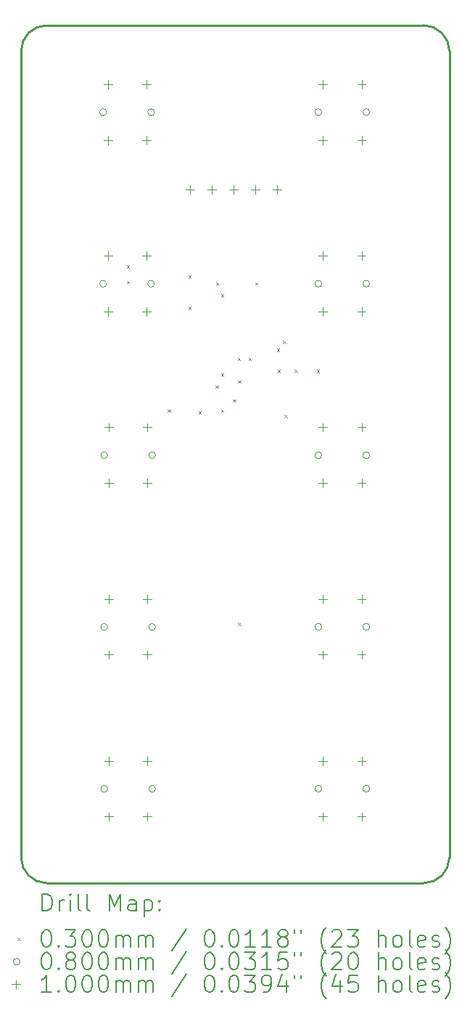
<source format=gbr>
%TF.GenerationSoftware,KiCad,Pcbnew,8.0.4-8.0.4-0~ubuntu22.04.1*%
%TF.CreationDate,2024-08-25T02:19:31+02:00*%
%TF.ProjectId,Deck-Btns,4465636b-2d42-4746-9e73-2e6b69636164,rev?*%
%TF.SameCoordinates,PX5ab1c60PY510ff40*%
%TF.FileFunction,Drillmap*%
%TF.FilePolarity,Positive*%
%FSLAX45Y45*%
G04 Gerber Fmt 4.5, Leading zero omitted, Abs format (unit mm)*
G04 Created by KiCad (PCBNEW 8.0.4-8.0.4-0~ubuntu22.04.1) date 2024-08-25 02:19:31*
%MOMM*%
%LPD*%
G01*
G04 APERTURE LIST*
%ADD10C,0.250000*%
%ADD11C,0.200000*%
%ADD12C,0.100000*%
G04 APERTURE END LIST*
D10*
X2202132Y5012132D02*
G75*
G02*
X2502132Y4712132I-2J-300002D01*
G01*
X-2497868Y4712132D02*
X-2497868Y-4687868D01*
X2202132Y5012132D02*
X-2197868Y5012132D01*
X-2197868Y-4987868D02*
X2202132Y-4987868D01*
X-2197868Y-4987868D02*
G75*
G02*
X-2497868Y-4687868I-2J299998D01*
G01*
X2502132Y-4687868D02*
G75*
G02*
X2202132Y-4987872I-300002J-2D01*
G01*
X2502132Y-4687868D02*
X2502132Y4712132D01*
X-2497868Y4712132D02*
G75*
G02*
X-2197868Y5012128I299998J-2D01*
G01*
D11*
D12*
X-1265000Y2215000D02*
X-1235000Y2185000D01*
X-1235000Y2215000D02*
X-1265000Y2185000D01*
X-1265000Y2035000D02*
X-1235000Y2005000D01*
X-1235000Y2035000D02*
X-1265000Y2005000D01*
X-785000Y535000D02*
X-755000Y505000D01*
X-755000Y535000D02*
X-785000Y505000D01*
X-545000Y2095000D02*
X-515000Y2065000D01*
X-515000Y2095000D02*
X-545000Y2065000D01*
X-545000Y1735000D02*
X-515000Y1705000D01*
X-515000Y1735000D02*
X-545000Y1705000D01*
X-425000Y515000D02*
X-395000Y485000D01*
X-395000Y515000D02*
X-425000Y485000D01*
X-228020Y815000D02*
X-198020Y785000D01*
X-198020Y815000D02*
X-228020Y785000D01*
X-225000Y2015000D02*
X-195000Y1985000D01*
X-195000Y2015000D02*
X-225000Y1985000D01*
X-165000Y1875000D02*
X-135000Y1845000D01*
X-135000Y1875000D02*
X-165000Y1845000D01*
X-165000Y955000D02*
X-135000Y925000D01*
X-135000Y955000D02*
X-165000Y925000D01*
X-165000Y535000D02*
X-135000Y505000D01*
X-135000Y535000D02*
X-165000Y505000D01*
X-25000Y655000D02*
X5000Y625000D01*
X5000Y655000D02*
X-25000Y625000D01*
X31980Y1135000D02*
X61980Y1105000D01*
X61980Y1135000D02*
X31980Y1105000D01*
X35000Y875000D02*
X65000Y845000D01*
X65000Y875000D02*
X35000Y845000D01*
X35000Y-1950000D02*
X65000Y-1980000D01*
X65000Y-1950000D02*
X35000Y-1980000D01*
X158020Y1135000D02*
X188020Y1105000D01*
X188020Y1135000D02*
X158020Y1105000D01*
X235000Y2015000D02*
X265000Y1985000D01*
X265000Y2015000D02*
X235000Y1985000D01*
X488138Y1241862D02*
X518138Y1211862D01*
X518138Y1241862D02*
X488138Y1211862D01*
X495000Y995000D02*
X525000Y965000D01*
X525000Y995000D02*
X495000Y965000D01*
X561980Y1335000D02*
X591980Y1305000D01*
X591980Y1335000D02*
X561980Y1305000D01*
X575000Y471980D02*
X605000Y441980D01*
X605000Y471980D02*
X575000Y441980D01*
X695000Y995000D02*
X725000Y965000D01*
X725000Y995000D02*
X695000Y965000D01*
X955000Y995000D02*
X985000Y965000D01*
X985000Y995000D02*
X955000Y965000D01*
X-1500000Y4000000D02*
G75*
G02*
X-1580000Y4000000I-40000J0D01*
G01*
X-1580000Y4000000D02*
G75*
G02*
X-1500000Y4000000I40000J0D01*
G01*
X-1500000Y2000000D02*
G75*
G02*
X-1580000Y2000000I-40000J0D01*
G01*
X-1580000Y2000000D02*
G75*
G02*
X-1500000Y2000000I40000J0D01*
G01*
X-1487870Y0D02*
G75*
G02*
X-1567870Y0I-40000J0D01*
G01*
X-1567870Y0D02*
G75*
G02*
X-1487870Y0I40000J0D01*
G01*
X-1487870Y-2000000D02*
G75*
G02*
X-1567870Y-2000000I-40000J0D01*
G01*
X-1567870Y-2000000D02*
G75*
G02*
X-1487870Y-2000000I40000J0D01*
G01*
X-1487870Y-3887870D02*
G75*
G02*
X-1567870Y-3887870I-40000J0D01*
G01*
X-1567870Y-3887870D02*
G75*
G02*
X-1487870Y-3887870I40000J0D01*
G01*
X-940000Y4000000D02*
G75*
G02*
X-1020000Y4000000I-40000J0D01*
G01*
X-1020000Y4000000D02*
G75*
G02*
X-940000Y4000000I40000J0D01*
G01*
X-940000Y2000000D02*
G75*
G02*
X-1020000Y2000000I-40000J0D01*
G01*
X-1020000Y2000000D02*
G75*
G02*
X-940000Y2000000I40000J0D01*
G01*
X-927870Y0D02*
G75*
G02*
X-1007870Y0I-40000J0D01*
G01*
X-1007870Y0D02*
G75*
G02*
X-927870Y0I40000J0D01*
G01*
X-927870Y-2000000D02*
G75*
G02*
X-1007870Y-2000000I-40000J0D01*
G01*
X-1007870Y-2000000D02*
G75*
G02*
X-927870Y-2000000I40000J0D01*
G01*
X-927870Y-3887870D02*
G75*
G02*
X-1007870Y-3887870I-40000J0D01*
G01*
X-1007870Y-3887870D02*
G75*
G02*
X-927870Y-3887870I40000J0D01*
G01*
X1012130Y4000000D02*
G75*
G02*
X932130Y4000000I-40000J0D01*
G01*
X932130Y4000000D02*
G75*
G02*
X1012130Y4000000I40000J0D01*
G01*
X1012130Y2000000D02*
G75*
G02*
X932130Y2000000I-40000J0D01*
G01*
X932130Y2000000D02*
G75*
G02*
X1012130Y2000000I40000J0D01*
G01*
X1012130Y0D02*
G75*
G02*
X932130Y0I-40000J0D01*
G01*
X932130Y0D02*
G75*
G02*
X1012130Y0I40000J0D01*
G01*
X1012130Y-2000000D02*
G75*
G02*
X932130Y-2000000I-40000J0D01*
G01*
X932130Y-2000000D02*
G75*
G02*
X1012130Y-2000000I40000J0D01*
G01*
X1012130Y-3887870D02*
G75*
G02*
X932130Y-3887870I-40000J0D01*
G01*
X932130Y-3887870D02*
G75*
G02*
X1012130Y-3887870I40000J0D01*
G01*
X1572130Y4000000D02*
G75*
G02*
X1492130Y4000000I-40000J0D01*
G01*
X1492130Y4000000D02*
G75*
G02*
X1572130Y4000000I40000J0D01*
G01*
X1572130Y2000000D02*
G75*
G02*
X1492130Y2000000I-40000J0D01*
G01*
X1492130Y2000000D02*
G75*
G02*
X1572130Y2000000I40000J0D01*
G01*
X1572130Y0D02*
G75*
G02*
X1492130Y0I-40000J0D01*
G01*
X1492130Y0D02*
G75*
G02*
X1572130Y0I40000J0D01*
G01*
X1572130Y-2000000D02*
G75*
G02*
X1492130Y-2000000I-40000J0D01*
G01*
X1492130Y-2000000D02*
G75*
G02*
X1572130Y-2000000I40000J0D01*
G01*
X1572130Y-3887870D02*
G75*
G02*
X1492130Y-3887870I-40000J0D01*
G01*
X1492130Y-3887870D02*
G75*
G02*
X1572130Y-3887870I40000J0D01*
G01*
X-1485000Y4375000D02*
X-1485000Y4275000D01*
X-1535000Y4325000D02*
X-1435000Y4325000D01*
X-1485000Y3725000D02*
X-1485000Y3625000D01*
X-1535000Y3675000D02*
X-1435000Y3675000D01*
X-1485000Y2375000D02*
X-1485000Y2275000D01*
X-1535000Y2325000D02*
X-1435000Y2325000D01*
X-1485000Y1725000D02*
X-1485000Y1625000D01*
X-1535000Y1675000D02*
X-1435000Y1675000D01*
X-1472870Y375000D02*
X-1472870Y275000D01*
X-1522870Y325000D02*
X-1422870Y325000D01*
X-1472870Y-275000D02*
X-1472870Y-375000D01*
X-1522870Y-325000D02*
X-1422870Y-325000D01*
X-1472870Y-1625000D02*
X-1472870Y-1725000D01*
X-1522870Y-1675000D02*
X-1422870Y-1675000D01*
X-1472870Y-2275000D02*
X-1472870Y-2375000D01*
X-1522870Y-2325000D02*
X-1422870Y-2325000D01*
X-1472870Y-3512870D02*
X-1472870Y-3612870D01*
X-1522870Y-3562870D02*
X-1422870Y-3562870D01*
X-1472870Y-4162870D02*
X-1472870Y-4262870D01*
X-1522870Y-4212870D02*
X-1422870Y-4212870D01*
X-1035000Y4375000D02*
X-1035000Y4275000D01*
X-1085000Y4325000D02*
X-985000Y4325000D01*
X-1035000Y3725000D02*
X-1035000Y3625000D01*
X-1085000Y3675000D02*
X-985000Y3675000D01*
X-1035000Y2375000D02*
X-1035000Y2275000D01*
X-1085000Y2325000D02*
X-985000Y2325000D01*
X-1035000Y1725000D02*
X-1035000Y1625000D01*
X-1085000Y1675000D02*
X-985000Y1675000D01*
X-1022870Y375000D02*
X-1022870Y275000D01*
X-1072870Y325000D02*
X-972870Y325000D01*
X-1022870Y-275000D02*
X-1022870Y-375000D01*
X-1072870Y-325000D02*
X-972870Y-325000D01*
X-1022870Y-1625000D02*
X-1022870Y-1725000D01*
X-1072870Y-1675000D02*
X-972870Y-1675000D01*
X-1022870Y-2275000D02*
X-1022870Y-2375000D01*
X-1072870Y-2325000D02*
X-972870Y-2325000D01*
X-1022870Y-3512870D02*
X-1022870Y-3612870D01*
X-1072870Y-3562870D02*
X-972870Y-3562870D01*
X-1022870Y-4162870D02*
X-1022870Y-4262870D01*
X-1072870Y-4212870D02*
X-972870Y-4212870D01*
X-526000Y3150000D02*
X-526000Y3050000D01*
X-576000Y3100000D02*
X-476000Y3100000D01*
X-272000Y3150000D02*
X-272000Y3050000D01*
X-322000Y3100000D02*
X-222000Y3100000D01*
X-18000Y3150000D02*
X-18000Y3050000D01*
X-68000Y3100000D02*
X32000Y3100000D01*
X236000Y3150000D02*
X236000Y3050000D01*
X186000Y3100000D02*
X286000Y3100000D01*
X490000Y3150000D02*
X490000Y3050000D01*
X440000Y3100000D02*
X540000Y3100000D01*
X1027130Y4375000D02*
X1027130Y4275000D01*
X977130Y4325000D02*
X1077130Y4325000D01*
X1027130Y3725000D02*
X1027130Y3625000D01*
X977130Y3675000D02*
X1077130Y3675000D01*
X1027130Y2375000D02*
X1027130Y2275000D01*
X977130Y2325000D02*
X1077130Y2325000D01*
X1027130Y1725000D02*
X1027130Y1625000D01*
X977130Y1675000D02*
X1077130Y1675000D01*
X1027130Y375000D02*
X1027130Y275000D01*
X977130Y325000D02*
X1077130Y325000D01*
X1027130Y-275000D02*
X1027130Y-375000D01*
X977130Y-325000D02*
X1077130Y-325000D01*
X1027130Y-1625000D02*
X1027130Y-1725000D01*
X977130Y-1675000D02*
X1077130Y-1675000D01*
X1027130Y-2275000D02*
X1027130Y-2375000D01*
X977130Y-2325000D02*
X1077130Y-2325000D01*
X1027130Y-3512870D02*
X1027130Y-3612870D01*
X977130Y-3562870D02*
X1077130Y-3562870D01*
X1027130Y-4162870D02*
X1027130Y-4262870D01*
X977130Y-4212870D02*
X1077130Y-4212870D01*
X1477130Y4375000D02*
X1477130Y4275000D01*
X1427130Y4325000D02*
X1527130Y4325000D01*
X1477130Y3725000D02*
X1477130Y3625000D01*
X1427130Y3675000D02*
X1527130Y3675000D01*
X1477130Y2375000D02*
X1477130Y2275000D01*
X1427130Y2325000D02*
X1527130Y2325000D01*
X1477130Y1725000D02*
X1477130Y1625000D01*
X1427130Y1675000D02*
X1527130Y1675000D01*
X1477130Y375000D02*
X1477130Y275000D01*
X1427130Y325000D02*
X1527130Y325000D01*
X1477130Y-275000D02*
X1477130Y-375000D01*
X1427130Y-325000D02*
X1527130Y-325000D01*
X1477130Y-1625000D02*
X1477130Y-1725000D01*
X1427130Y-1675000D02*
X1527130Y-1675000D01*
X1477130Y-2275000D02*
X1477130Y-2375000D01*
X1427130Y-2325000D02*
X1527130Y-2325000D01*
X1477130Y-3512870D02*
X1477130Y-3612870D01*
X1427130Y-3562870D02*
X1527130Y-3562870D01*
X1477130Y-4162870D02*
X1477130Y-4262870D01*
X1427130Y-4212870D02*
X1527130Y-4212870D01*
D11*
X-2249591Y-5311852D02*
X-2249591Y-5111852D01*
X-2249591Y-5111852D02*
X-2201972Y-5111852D01*
X-2201972Y-5111852D02*
X-2173401Y-5121376D01*
X-2173401Y-5121376D02*
X-2154353Y-5140423D01*
X-2154353Y-5140423D02*
X-2144829Y-5159471D01*
X-2144829Y-5159471D02*
X-2135306Y-5197566D01*
X-2135306Y-5197566D02*
X-2135306Y-5226138D01*
X-2135306Y-5226138D02*
X-2144829Y-5264233D01*
X-2144829Y-5264233D02*
X-2154353Y-5283280D01*
X-2154353Y-5283280D02*
X-2173401Y-5302328D01*
X-2173401Y-5302328D02*
X-2201972Y-5311852D01*
X-2201972Y-5311852D02*
X-2249591Y-5311852D01*
X-2049591Y-5311852D02*
X-2049591Y-5178518D01*
X-2049591Y-5216614D02*
X-2040067Y-5197566D01*
X-2040067Y-5197566D02*
X-2030544Y-5188042D01*
X-2030544Y-5188042D02*
X-2011496Y-5178518D01*
X-2011496Y-5178518D02*
X-1992448Y-5178518D01*
X-1925782Y-5311852D02*
X-1925782Y-5178518D01*
X-1925782Y-5111852D02*
X-1935305Y-5121376D01*
X-1935305Y-5121376D02*
X-1925782Y-5130899D01*
X-1925782Y-5130899D02*
X-1916258Y-5121376D01*
X-1916258Y-5121376D02*
X-1925782Y-5111852D01*
X-1925782Y-5111852D02*
X-1925782Y-5130899D01*
X-1801972Y-5311852D02*
X-1821020Y-5302328D01*
X-1821020Y-5302328D02*
X-1830544Y-5283280D01*
X-1830544Y-5283280D02*
X-1830544Y-5111852D01*
X-1697210Y-5311852D02*
X-1716258Y-5302328D01*
X-1716258Y-5302328D02*
X-1725782Y-5283280D01*
X-1725782Y-5283280D02*
X-1725782Y-5111852D01*
X-1468639Y-5311852D02*
X-1468639Y-5111852D01*
X-1468639Y-5111852D02*
X-1401972Y-5254709D01*
X-1401972Y-5254709D02*
X-1335306Y-5111852D01*
X-1335306Y-5111852D02*
X-1335306Y-5311852D01*
X-1154353Y-5311852D02*
X-1154353Y-5207090D01*
X-1154353Y-5207090D02*
X-1163877Y-5188042D01*
X-1163877Y-5188042D02*
X-1182925Y-5178518D01*
X-1182925Y-5178518D02*
X-1221020Y-5178518D01*
X-1221020Y-5178518D02*
X-1240067Y-5188042D01*
X-1154353Y-5302328D02*
X-1173401Y-5311852D01*
X-1173401Y-5311852D02*
X-1221020Y-5311852D01*
X-1221020Y-5311852D02*
X-1240067Y-5302328D01*
X-1240067Y-5302328D02*
X-1249591Y-5283280D01*
X-1249591Y-5283280D02*
X-1249591Y-5264233D01*
X-1249591Y-5264233D02*
X-1240067Y-5245185D01*
X-1240067Y-5245185D02*
X-1221020Y-5235661D01*
X-1221020Y-5235661D02*
X-1173401Y-5235661D01*
X-1173401Y-5235661D02*
X-1154353Y-5226138D01*
X-1059115Y-5178518D02*
X-1059115Y-5378518D01*
X-1059115Y-5188042D02*
X-1040067Y-5178518D01*
X-1040067Y-5178518D02*
X-1001972Y-5178518D01*
X-1001972Y-5178518D02*
X-982924Y-5188042D01*
X-982924Y-5188042D02*
X-973401Y-5197566D01*
X-973401Y-5197566D02*
X-963877Y-5216614D01*
X-963877Y-5216614D02*
X-963877Y-5273757D01*
X-963877Y-5273757D02*
X-973401Y-5292804D01*
X-973401Y-5292804D02*
X-982924Y-5302328D01*
X-982924Y-5302328D02*
X-1001972Y-5311852D01*
X-1001972Y-5311852D02*
X-1040067Y-5311852D01*
X-1040067Y-5311852D02*
X-1059115Y-5302328D01*
X-878163Y-5292804D02*
X-868639Y-5302328D01*
X-868639Y-5302328D02*
X-878163Y-5311852D01*
X-878163Y-5311852D02*
X-887686Y-5302328D01*
X-887686Y-5302328D02*
X-878163Y-5292804D01*
X-878163Y-5292804D02*
X-878163Y-5311852D01*
X-878163Y-5188042D02*
X-868639Y-5197566D01*
X-868639Y-5197566D02*
X-878163Y-5207090D01*
X-878163Y-5207090D02*
X-887686Y-5197566D01*
X-887686Y-5197566D02*
X-878163Y-5188042D01*
X-878163Y-5188042D02*
X-878163Y-5207090D01*
D12*
X-2540368Y-5625368D02*
X-2510368Y-5655368D01*
X-2510368Y-5625368D02*
X-2540368Y-5655368D01*
D11*
X-2211496Y-5531852D02*
X-2192448Y-5531852D01*
X-2192448Y-5531852D02*
X-2173401Y-5541376D01*
X-2173401Y-5541376D02*
X-2163877Y-5550899D01*
X-2163877Y-5550899D02*
X-2154353Y-5569947D01*
X-2154353Y-5569947D02*
X-2144829Y-5608042D01*
X-2144829Y-5608042D02*
X-2144829Y-5655661D01*
X-2144829Y-5655661D02*
X-2154353Y-5693756D01*
X-2154353Y-5693756D02*
X-2163877Y-5712804D01*
X-2163877Y-5712804D02*
X-2173401Y-5722328D01*
X-2173401Y-5722328D02*
X-2192448Y-5731852D01*
X-2192448Y-5731852D02*
X-2211496Y-5731852D01*
X-2211496Y-5731852D02*
X-2230544Y-5722328D01*
X-2230544Y-5722328D02*
X-2240067Y-5712804D01*
X-2240067Y-5712804D02*
X-2249591Y-5693756D01*
X-2249591Y-5693756D02*
X-2259115Y-5655661D01*
X-2259115Y-5655661D02*
X-2259115Y-5608042D01*
X-2259115Y-5608042D02*
X-2249591Y-5569947D01*
X-2249591Y-5569947D02*
X-2240067Y-5550899D01*
X-2240067Y-5550899D02*
X-2230544Y-5541376D01*
X-2230544Y-5541376D02*
X-2211496Y-5531852D01*
X-2059115Y-5712804D02*
X-2049591Y-5722328D01*
X-2049591Y-5722328D02*
X-2059115Y-5731852D01*
X-2059115Y-5731852D02*
X-2068639Y-5722328D01*
X-2068639Y-5722328D02*
X-2059115Y-5712804D01*
X-2059115Y-5712804D02*
X-2059115Y-5731852D01*
X-1982924Y-5531852D02*
X-1859115Y-5531852D01*
X-1859115Y-5531852D02*
X-1925782Y-5608042D01*
X-1925782Y-5608042D02*
X-1897210Y-5608042D01*
X-1897210Y-5608042D02*
X-1878163Y-5617566D01*
X-1878163Y-5617566D02*
X-1868639Y-5627090D01*
X-1868639Y-5627090D02*
X-1859115Y-5646137D01*
X-1859115Y-5646137D02*
X-1859115Y-5693756D01*
X-1859115Y-5693756D02*
X-1868639Y-5712804D01*
X-1868639Y-5712804D02*
X-1878163Y-5722328D01*
X-1878163Y-5722328D02*
X-1897210Y-5731852D01*
X-1897210Y-5731852D02*
X-1954353Y-5731852D01*
X-1954353Y-5731852D02*
X-1973401Y-5722328D01*
X-1973401Y-5722328D02*
X-1982924Y-5712804D01*
X-1735305Y-5531852D02*
X-1716258Y-5531852D01*
X-1716258Y-5531852D02*
X-1697210Y-5541376D01*
X-1697210Y-5541376D02*
X-1687686Y-5550899D01*
X-1687686Y-5550899D02*
X-1678163Y-5569947D01*
X-1678163Y-5569947D02*
X-1668639Y-5608042D01*
X-1668639Y-5608042D02*
X-1668639Y-5655661D01*
X-1668639Y-5655661D02*
X-1678163Y-5693756D01*
X-1678163Y-5693756D02*
X-1687686Y-5712804D01*
X-1687686Y-5712804D02*
X-1697210Y-5722328D01*
X-1697210Y-5722328D02*
X-1716258Y-5731852D01*
X-1716258Y-5731852D02*
X-1735305Y-5731852D01*
X-1735305Y-5731852D02*
X-1754353Y-5722328D01*
X-1754353Y-5722328D02*
X-1763877Y-5712804D01*
X-1763877Y-5712804D02*
X-1773401Y-5693756D01*
X-1773401Y-5693756D02*
X-1782924Y-5655661D01*
X-1782924Y-5655661D02*
X-1782924Y-5608042D01*
X-1782924Y-5608042D02*
X-1773401Y-5569947D01*
X-1773401Y-5569947D02*
X-1763877Y-5550899D01*
X-1763877Y-5550899D02*
X-1754353Y-5541376D01*
X-1754353Y-5541376D02*
X-1735305Y-5531852D01*
X-1544829Y-5531852D02*
X-1525782Y-5531852D01*
X-1525782Y-5531852D02*
X-1506734Y-5541376D01*
X-1506734Y-5541376D02*
X-1497210Y-5550899D01*
X-1497210Y-5550899D02*
X-1487686Y-5569947D01*
X-1487686Y-5569947D02*
X-1478163Y-5608042D01*
X-1478163Y-5608042D02*
X-1478163Y-5655661D01*
X-1478163Y-5655661D02*
X-1487686Y-5693756D01*
X-1487686Y-5693756D02*
X-1497210Y-5712804D01*
X-1497210Y-5712804D02*
X-1506734Y-5722328D01*
X-1506734Y-5722328D02*
X-1525782Y-5731852D01*
X-1525782Y-5731852D02*
X-1544829Y-5731852D01*
X-1544829Y-5731852D02*
X-1563877Y-5722328D01*
X-1563877Y-5722328D02*
X-1573401Y-5712804D01*
X-1573401Y-5712804D02*
X-1582924Y-5693756D01*
X-1582924Y-5693756D02*
X-1592448Y-5655661D01*
X-1592448Y-5655661D02*
X-1592448Y-5608042D01*
X-1592448Y-5608042D02*
X-1582924Y-5569947D01*
X-1582924Y-5569947D02*
X-1573401Y-5550899D01*
X-1573401Y-5550899D02*
X-1563877Y-5541376D01*
X-1563877Y-5541376D02*
X-1544829Y-5531852D01*
X-1392448Y-5731852D02*
X-1392448Y-5598518D01*
X-1392448Y-5617566D02*
X-1382925Y-5608042D01*
X-1382925Y-5608042D02*
X-1363877Y-5598518D01*
X-1363877Y-5598518D02*
X-1335305Y-5598518D01*
X-1335305Y-5598518D02*
X-1316258Y-5608042D01*
X-1316258Y-5608042D02*
X-1306734Y-5627090D01*
X-1306734Y-5627090D02*
X-1306734Y-5731852D01*
X-1306734Y-5627090D02*
X-1297210Y-5608042D01*
X-1297210Y-5608042D02*
X-1278163Y-5598518D01*
X-1278163Y-5598518D02*
X-1249591Y-5598518D01*
X-1249591Y-5598518D02*
X-1230544Y-5608042D01*
X-1230544Y-5608042D02*
X-1221020Y-5627090D01*
X-1221020Y-5627090D02*
X-1221020Y-5731852D01*
X-1125782Y-5731852D02*
X-1125782Y-5598518D01*
X-1125782Y-5617566D02*
X-1116258Y-5608042D01*
X-1116258Y-5608042D02*
X-1097210Y-5598518D01*
X-1097210Y-5598518D02*
X-1068639Y-5598518D01*
X-1068639Y-5598518D02*
X-1049591Y-5608042D01*
X-1049591Y-5608042D02*
X-1040067Y-5627090D01*
X-1040067Y-5627090D02*
X-1040067Y-5731852D01*
X-1040067Y-5627090D02*
X-1030543Y-5608042D01*
X-1030543Y-5608042D02*
X-1011496Y-5598518D01*
X-1011496Y-5598518D02*
X-982924Y-5598518D01*
X-982924Y-5598518D02*
X-963877Y-5608042D01*
X-963877Y-5608042D02*
X-954353Y-5627090D01*
X-954353Y-5627090D02*
X-954353Y-5731852D01*
X-563877Y-5522328D02*
X-735305Y-5779471D01*
X-306734Y-5531852D02*
X-287686Y-5531852D01*
X-287686Y-5531852D02*
X-268639Y-5541376D01*
X-268639Y-5541376D02*
X-259115Y-5550899D01*
X-259115Y-5550899D02*
X-249591Y-5569947D01*
X-249591Y-5569947D02*
X-240067Y-5608042D01*
X-240067Y-5608042D02*
X-240067Y-5655661D01*
X-240067Y-5655661D02*
X-249591Y-5693756D01*
X-249591Y-5693756D02*
X-259115Y-5712804D01*
X-259115Y-5712804D02*
X-268639Y-5722328D01*
X-268639Y-5722328D02*
X-287686Y-5731852D01*
X-287686Y-5731852D02*
X-306734Y-5731852D01*
X-306734Y-5731852D02*
X-325782Y-5722328D01*
X-325782Y-5722328D02*
X-335305Y-5712804D01*
X-335305Y-5712804D02*
X-344829Y-5693756D01*
X-344829Y-5693756D02*
X-354353Y-5655661D01*
X-354353Y-5655661D02*
X-354353Y-5608042D01*
X-354353Y-5608042D02*
X-344829Y-5569947D01*
X-344829Y-5569947D02*
X-335305Y-5550899D01*
X-335305Y-5550899D02*
X-325782Y-5541376D01*
X-325782Y-5541376D02*
X-306734Y-5531852D01*
X-154353Y-5712804D02*
X-144829Y-5722328D01*
X-144829Y-5722328D02*
X-154353Y-5731852D01*
X-154353Y-5731852D02*
X-163877Y-5722328D01*
X-163877Y-5722328D02*
X-154353Y-5712804D01*
X-154353Y-5712804D02*
X-154353Y-5731852D01*
X-21020Y-5531852D02*
X-1972Y-5531852D01*
X-1972Y-5531852D02*
X17076Y-5541376D01*
X17076Y-5541376D02*
X26599Y-5550899D01*
X26599Y-5550899D02*
X36123Y-5569947D01*
X36123Y-5569947D02*
X45647Y-5608042D01*
X45647Y-5608042D02*
X45647Y-5655661D01*
X45647Y-5655661D02*
X36123Y-5693756D01*
X36123Y-5693756D02*
X26599Y-5712804D01*
X26599Y-5712804D02*
X17076Y-5722328D01*
X17076Y-5722328D02*
X-1972Y-5731852D01*
X-1972Y-5731852D02*
X-21020Y-5731852D01*
X-21020Y-5731852D02*
X-40067Y-5722328D01*
X-40067Y-5722328D02*
X-49591Y-5712804D01*
X-49591Y-5712804D02*
X-59115Y-5693756D01*
X-59115Y-5693756D02*
X-68639Y-5655661D01*
X-68639Y-5655661D02*
X-68639Y-5608042D01*
X-68639Y-5608042D02*
X-59115Y-5569947D01*
X-59115Y-5569947D02*
X-49591Y-5550899D01*
X-49591Y-5550899D02*
X-40067Y-5541376D01*
X-40067Y-5541376D02*
X-21020Y-5531852D01*
X236123Y-5731852D02*
X121838Y-5731852D01*
X178980Y-5731852D02*
X178980Y-5531852D01*
X178980Y-5531852D02*
X159933Y-5560423D01*
X159933Y-5560423D02*
X140885Y-5579471D01*
X140885Y-5579471D02*
X121838Y-5588995D01*
X426599Y-5731852D02*
X312314Y-5731852D01*
X369457Y-5731852D02*
X369457Y-5531852D01*
X369457Y-5531852D02*
X350409Y-5560423D01*
X350409Y-5560423D02*
X331361Y-5579471D01*
X331361Y-5579471D02*
X312314Y-5588995D01*
X540885Y-5617566D02*
X521838Y-5608042D01*
X521838Y-5608042D02*
X512314Y-5598518D01*
X512314Y-5598518D02*
X502790Y-5579471D01*
X502790Y-5579471D02*
X502790Y-5569947D01*
X502790Y-5569947D02*
X512314Y-5550899D01*
X512314Y-5550899D02*
X521838Y-5541376D01*
X521838Y-5541376D02*
X540885Y-5531852D01*
X540885Y-5531852D02*
X578981Y-5531852D01*
X578981Y-5531852D02*
X598028Y-5541376D01*
X598028Y-5541376D02*
X607552Y-5550899D01*
X607552Y-5550899D02*
X617076Y-5569947D01*
X617076Y-5569947D02*
X617076Y-5579471D01*
X617076Y-5579471D02*
X607552Y-5598518D01*
X607552Y-5598518D02*
X598028Y-5608042D01*
X598028Y-5608042D02*
X578981Y-5617566D01*
X578981Y-5617566D02*
X540885Y-5617566D01*
X540885Y-5617566D02*
X521838Y-5627090D01*
X521838Y-5627090D02*
X512314Y-5636614D01*
X512314Y-5636614D02*
X502790Y-5655661D01*
X502790Y-5655661D02*
X502790Y-5693756D01*
X502790Y-5693756D02*
X512314Y-5712804D01*
X512314Y-5712804D02*
X521838Y-5722328D01*
X521838Y-5722328D02*
X540885Y-5731852D01*
X540885Y-5731852D02*
X578981Y-5731852D01*
X578981Y-5731852D02*
X598028Y-5722328D01*
X598028Y-5722328D02*
X607552Y-5712804D01*
X607552Y-5712804D02*
X617076Y-5693756D01*
X617076Y-5693756D02*
X617076Y-5655661D01*
X617076Y-5655661D02*
X607552Y-5636614D01*
X607552Y-5636614D02*
X598028Y-5627090D01*
X598028Y-5627090D02*
X578981Y-5617566D01*
X693266Y-5531852D02*
X693266Y-5569947D01*
X769457Y-5531852D02*
X769457Y-5569947D01*
X1064695Y-5808042D02*
X1055171Y-5798518D01*
X1055171Y-5798518D02*
X1036123Y-5769947D01*
X1036123Y-5769947D02*
X1026600Y-5750899D01*
X1026600Y-5750899D02*
X1017076Y-5722328D01*
X1017076Y-5722328D02*
X1007552Y-5674709D01*
X1007552Y-5674709D02*
X1007552Y-5636614D01*
X1007552Y-5636614D02*
X1017076Y-5588995D01*
X1017076Y-5588995D02*
X1026600Y-5560423D01*
X1026600Y-5560423D02*
X1036123Y-5541376D01*
X1036123Y-5541376D02*
X1055171Y-5512804D01*
X1055171Y-5512804D02*
X1064695Y-5503280D01*
X1131362Y-5550899D02*
X1140885Y-5541376D01*
X1140885Y-5541376D02*
X1159933Y-5531852D01*
X1159933Y-5531852D02*
X1207552Y-5531852D01*
X1207552Y-5531852D02*
X1226600Y-5541376D01*
X1226600Y-5541376D02*
X1236123Y-5550899D01*
X1236123Y-5550899D02*
X1245647Y-5569947D01*
X1245647Y-5569947D02*
X1245647Y-5588995D01*
X1245647Y-5588995D02*
X1236123Y-5617566D01*
X1236123Y-5617566D02*
X1121838Y-5731852D01*
X1121838Y-5731852D02*
X1245647Y-5731852D01*
X1312314Y-5531852D02*
X1436123Y-5531852D01*
X1436123Y-5531852D02*
X1369457Y-5608042D01*
X1369457Y-5608042D02*
X1398028Y-5608042D01*
X1398028Y-5608042D02*
X1417076Y-5617566D01*
X1417076Y-5617566D02*
X1426600Y-5627090D01*
X1426600Y-5627090D02*
X1436123Y-5646137D01*
X1436123Y-5646137D02*
X1436123Y-5693756D01*
X1436123Y-5693756D02*
X1426600Y-5712804D01*
X1426600Y-5712804D02*
X1417076Y-5722328D01*
X1417076Y-5722328D02*
X1398028Y-5731852D01*
X1398028Y-5731852D02*
X1340885Y-5731852D01*
X1340885Y-5731852D02*
X1321838Y-5722328D01*
X1321838Y-5722328D02*
X1312314Y-5712804D01*
X1674219Y-5731852D02*
X1674219Y-5531852D01*
X1759933Y-5731852D02*
X1759933Y-5627090D01*
X1759933Y-5627090D02*
X1750409Y-5608042D01*
X1750409Y-5608042D02*
X1731362Y-5598518D01*
X1731362Y-5598518D02*
X1702790Y-5598518D01*
X1702790Y-5598518D02*
X1683742Y-5608042D01*
X1683742Y-5608042D02*
X1674219Y-5617566D01*
X1883742Y-5731852D02*
X1864695Y-5722328D01*
X1864695Y-5722328D02*
X1855171Y-5712804D01*
X1855171Y-5712804D02*
X1845647Y-5693756D01*
X1845647Y-5693756D02*
X1845647Y-5636614D01*
X1845647Y-5636614D02*
X1855171Y-5617566D01*
X1855171Y-5617566D02*
X1864695Y-5608042D01*
X1864695Y-5608042D02*
X1883742Y-5598518D01*
X1883742Y-5598518D02*
X1912314Y-5598518D01*
X1912314Y-5598518D02*
X1931362Y-5608042D01*
X1931362Y-5608042D02*
X1940885Y-5617566D01*
X1940885Y-5617566D02*
X1950409Y-5636614D01*
X1950409Y-5636614D02*
X1950409Y-5693756D01*
X1950409Y-5693756D02*
X1940885Y-5712804D01*
X1940885Y-5712804D02*
X1931362Y-5722328D01*
X1931362Y-5722328D02*
X1912314Y-5731852D01*
X1912314Y-5731852D02*
X1883742Y-5731852D01*
X2064695Y-5731852D02*
X2045647Y-5722328D01*
X2045647Y-5722328D02*
X2036123Y-5703280D01*
X2036123Y-5703280D02*
X2036123Y-5531852D01*
X2217076Y-5722328D02*
X2198028Y-5731852D01*
X2198028Y-5731852D02*
X2159933Y-5731852D01*
X2159933Y-5731852D02*
X2140885Y-5722328D01*
X2140885Y-5722328D02*
X2131362Y-5703280D01*
X2131362Y-5703280D02*
X2131362Y-5627090D01*
X2131362Y-5627090D02*
X2140885Y-5608042D01*
X2140885Y-5608042D02*
X2159933Y-5598518D01*
X2159933Y-5598518D02*
X2198028Y-5598518D01*
X2198028Y-5598518D02*
X2217076Y-5608042D01*
X2217076Y-5608042D02*
X2226600Y-5627090D01*
X2226600Y-5627090D02*
X2226600Y-5646137D01*
X2226600Y-5646137D02*
X2131362Y-5665185D01*
X2302790Y-5722328D02*
X2321838Y-5731852D01*
X2321838Y-5731852D02*
X2359933Y-5731852D01*
X2359933Y-5731852D02*
X2378981Y-5722328D01*
X2378981Y-5722328D02*
X2388505Y-5703280D01*
X2388505Y-5703280D02*
X2388505Y-5693756D01*
X2388505Y-5693756D02*
X2378981Y-5674709D01*
X2378981Y-5674709D02*
X2359933Y-5665185D01*
X2359933Y-5665185D02*
X2331362Y-5665185D01*
X2331362Y-5665185D02*
X2312314Y-5655661D01*
X2312314Y-5655661D02*
X2302790Y-5636614D01*
X2302790Y-5636614D02*
X2302790Y-5627090D01*
X2302790Y-5627090D02*
X2312314Y-5608042D01*
X2312314Y-5608042D02*
X2331362Y-5598518D01*
X2331362Y-5598518D02*
X2359933Y-5598518D01*
X2359933Y-5598518D02*
X2378981Y-5608042D01*
X2455171Y-5808042D02*
X2464695Y-5798518D01*
X2464695Y-5798518D02*
X2483743Y-5769947D01*
X2483743Y-5769947D02*
X2493266Y-5750899D01*
X2493266Y-5750899D02*
X2502790Y-5722328D01*
X2502790Y-5722328D02*
X2512314Y-5674709D01*
X2512314Y-5674709D02*
X2512314Y-5636614D01*
X2512314Y-5636614D02*
X2502790Y-5588995D01*
X2502790Y-5588995D02*
X2493266Y-5560423D01*
X2493266Y-5560423D02*
X2483743Y-5541376D01*
X2483743Y-5541376D02*
X2464695Y-5512804D01*
X2464695Y-5512804D02*
X2455171Y-5503280D01*
D12*
X-2510368Y-5904368D02*
G75*
G02*
X-2590368Y-5904368I-40000J0D01*
G01*
X-2590368Y-5904368D02*
G75*
G02*
X-2510368Y-5904368I40000J0D01*
G01*
D11*
X-2211496Y-5795852D02*
X-2192448Y-5795852D01*
X-2192448Y-5795852D02*
X-2173401Y-5805376D01*
X-2173401Y-5805376D02*
X-2163877Y-5814899D01*
X-2163877Y-5814899D02*
X-2154353Y-5833947D01*
X-2154353Y-5833947D02*
X-2144829Y-5872042D01*
X-2144829Y-5872042D02*
X-2144829Y-5919661D01*
X-2144829Y-5919661D02*
X-2154353Y-5957756D01*
X-2154353Y-5957756D02*
X-2163877Y-5976804D01*
X-2163877Y-5976804D02*
X-2173401Y-5986328D01*
X-2173401Y-5986328D02*
X-2192448Y-5995852D01*
X-2192448Y-5995852D02*
X-2211496Y-5995852D01*
X-2211496Y-5995852D02*
X-2230544Y-5986328D01*
X-2230544Y-5986328D02*
X-2240067Y-5976804D01*
X-2240067Y-5976804D02*
X-2249591Y-5957756D01*
X-2249591Y-5957756D02*
X-2259115Y-5919661D01*
X-2259115Y-5919661D02*
X-2259115Y-5872042D01*
X-2259115Y-5872042D02*
X-2249591Y-5833947D01*
X-2249591Y-5833947D02*
X-2240067Y-5814899D01*
X-2240067Y-5814899D02*
X-2230544Y-5805376D01*
X-2230544Y-5805376D02*
X-2211496Y-5795852D01*
X-2059115Y-5976804D02*
X-2049591Y-5986328D01*
X-2049591Y-5986328D02*
X-2059115Y-5995852D01*
X-2059115Y-5995852D02*
X-2068639Y-5986328D01*
X-2068639Y-5986328D02*
X-2059115Y-5976804D01*
X-2059115Y-5976804D02*
X-2059115Y-5995852D01*
X-1935305Y-5881566D02*
X-1954353Y-5872042D01*
X-1954353Y-5872042D02*
X-1963877Y-5862518D01*
X-1963877Y-5862518D02*
X-1973401Y-5843471D01*
X-1973401Y-5843471D02*
X-1973401Y-5833947D01*
X-1973401Y-5833947D02*
X-1963877Y-5814899D01*
X-1963877Y-5814899D02*
X-1954353Y-5805376D01*
X-1954353Y-5805376D02*
X-1935305Y-5795852D01*
X-1935305Y-5795852D02*
X-1897210Y-5795852D01*
X-1897210Y-5795852D02*
X-1878163Y-5805376D01*
X-1878163Y-5805376D02*
X-1868639Y-5814899D01*
X-1868639Y-5814899D02*
X-1859115Y-5833947D01*
X-1859115Y-5833947D02*
X-1859115Y-5843471D01*
X-1859115Y-5843471D02*
X-1868639Y-5862518D01*
X-1868639Y-5862518D02*
X-1878163Y-5872042D01*
X-1878163Y-5872042D02*
X-1897210Y-5881566D01*
X-1897210Y-5881566D02*
X-1935305Y-5881566D01*
X-1935305Y-5881566D02*
X-1954353Y-5891090D01*
X-1954353Y-5891090D02*
X-1963877Y-5900614D01*
X-1963877Y-5900614D02*
X-1973401Y-5919661D01*
X-1973401Y-5919661D02*
X-1973401Y-5957756D01*
X-1973401Y-5957756D02*
X-1963877Y-5976804D01*
X-1963877Y-5976804D02*
X-1954353Y-5986328D01*
X-1954353Y-5986328D02*
X-1935305Y-5995852D01*
X-1935305Y-5995852D02*
X-1897210Y-5995852D01*
X-1897210Y-5995852D02*
X-1878163Y-5986328D01*
X-1878163Y-5986328D02*
X-1868639Y-5976804D01*
X-1868639Y-5976804D02*
X-1859115Y-5957756D01*
X-1859115Y-5957756D02*
X-1859115Y-5919661D01*
X-1859115Y-5919661D02*
X-1868639Y-5900614D01*
X-1868639Y-5900614D02*
X-1878163Y-5891090D01*
X-1878163Y-5891090D02*
X-1897210Y-5881566D01*
X-1735305Y-5795852D02*
X-1716258Y-5795852D01*
X-1716258Y-5795852D02*
X-1697210Y-5805376D01*
X-1697210Y-5805376D02*
X-1687686Y-5814899D01*
X-1687686Y-5814899D02*
X-1678163Y-5833947D01*
X-1678163Y-5833947D02*
X-1668639Y-5872042D01*
X-1668639Y-5872042D02*
X-1668639Y-5919661D01*
X-1668639Y-5919661D02*
X-1678163Y-5957756D01*
X-1678163Y-5957756D02*
X-1687686Y-5976804D01*
X-1687686Y-5976804D02*
X-1697210Y-5986328D01*
X-1697210Y-5986328D02*
X-1716258Y-5995852D01*
X-1716258Y-5995852D02*
X-1735305Y-5995852D01*
X-1735305Y-5995852D02*
X-1754353Y-5986328D01*
X-1754353Y-5986328D02*
X-1763877Y-5976804D01*
X-1763877Y-5976804D02*
X-1773401Y-5957756D01*
X-1773401Y-5957756D02*
X-1782924Y-5919661D01*
X-1782924Y-5919661D02*
X-1782924Y-5872042D01*
X-1782924Y-5872042D02*
X-1773401Y-5833947D01*
X-1773401Y-5833947D02*
X-1763877Y-5814899D01*
X-1763877Y-5814899D02*
X-1754353Y-5805376D01*
X-1754353Y-5805376D02*
X-1735305Y-5795852D01*
X-1544829Y-5795852D02*
X-1525782Y-5795852D01*
X-1525782Y-5795852D02*
X-1506734Y-5805376D01*
X-1506734Y-5805376D02*
X-1497210Y-5814899D01*
X-1497210Y-5814899D02*
X-1487686Y-5833947D01*
X-1487686Y-5833947D02*
X-1478163Y-5872042D01*
X-1478163Y-5872042D02*
X-1478163Y-5919661D01*
X-1478163Y-5919661D02*
X-1487686Y-5957756D01*
X-1487686Y-5957756D02*
X-1497210Y-5976804D01*
X-1497210Y-5976804D02*
X-1506734Y-5986328D01*
X-1506734Y-5986328D02*
X-1525782Y-5995852D01*
X-1525782Y-5995852D02*
X-1544829Y-5995852D01*
X-1544829Y-5995852D02*
X-1563877Y-5986328D01*
X-1563877Y-5986328D02*
X-1573401Y-5976804D01*
X-1573401Y-5976804D02*
X-1582924Y-5957756D01*
X-1582924Y-5957756D02*
X-1592448Y-5919661D01*
X-1592448Y-5919661D02*
X-1592448Y-5872042D01*
X-1592448Y-5872042D02*
X-1582924Y-5833947D01*
X-1582924Y-5833947D02*
X-1573401Y-5814899D01*
X-1573401Y-5814899D02*
X-1563877Y-5805376D01*
X-1563877Y-5805376D02*
X-1544829Y-5795852D01*
X-1392448Y-5995852D02*
X-1392448Y-5862518D01*
X-1392448Y-5881566D02*
X-1382925Y-5872042D01*
X-1382925Y-5872042D02*
X-1363877Y-5862518D01*
X-1363877Y-5862518D02*
X-1335305Y-5862518D01*
X-1335305Y-5862518D02*
X-1316258Y-5872042D01*
X-1316258Y-5872042D02*
X-1306734Y-5891090D01*
X-1306734Y-5891090D02*
X-1306734Y-5995852D01*
X-1306734Y-5891090D02*
X-1297210Y-5872042D01*
X-1297210Y-5872042D02*
X-1278163Y-5862518D01*
X-1278163Y-5862518D02*
X-1249591Y-5862518D01*
X-1249591Y-5862518D02*
X-1230544Y-5872042D01*
X-1230544Y-5872042D02*
X-1221020Y-5891090D01*
X-1221020Y-5891090D02*
X-1221020Y-5995852D01*
X-1125782Y-5995852D02*
X-1125782Y-5862518D01*
X-1125782Y-5881566D02*
X-1116258Y-5872042D01*
X-1116258Y-5872042D02*
X-1097210Y-5862518D01*
X-1097210Y-5862518D02*
X-1068639Y-5862518D01*
X-1068639Y-5862518D02*
X-1049591Y-5872042D01*
X-1049591Y-5872042D02*
X-1040067Y-5891090D01*
X-1040067Y-5891090D02*
X-1040067Y-5995852D01*
X-1040067Y-5891090D02*
X-1030543Y-5872042D01*
X-1030543Y-5872042D02*
X-1011496Y-5862518D01*
X-1011496Y-5862518D02*
X-982924Y-5862518D01*
X-982924Y-5862518D02*
X-963877Y-5872042D01*
X-963877Y-5872042D02*
X-954353Y-5891090D01*
X-954353Y-5891090D02*
X-954353Y-5995852D01*
X-563877Y-5786328D02*
X-735305Y-6043471D01*
X-306734Y-5795852D02*
X-287686Y-5795852D01*
X-287686Y-5795852D02*
X-268639Y-5805376D01*
X-268639Y-5805376D02*
X-259115Y-5814899D01*
X-259115Y-5814899D02*
X-249591Y-5833947D01*
X-249591Y-5833947D02*
X-240067Y-5872042D01*
X-240067Y-5872042D02*
X-240067Y-5919661D01*
X-240067Y-5919661D02*
X-249591Y-5957756D01*
X-249591Y-5957756D02*
X-259115Y-5976804D01*
X-259115Y-5976804D02*
X-268639Y-5986328D01*
X-268639Y-5986328D02*
X-287686Y-5995852D01*
X-287686Y-5995852D02*
X-306734Y-5995852D01*
X-306734Y-5995852D02*
X-325782Y-5986328D01*
X-325782Y-5986328D02*
X-335305Y-5976804D01*
X-335305Y-5976804D02*
X-344829Y-5957756D01*
X-344829Y-5957756D02*
X-354353Y-5919661D01*
X-354353Y-5919661D02*
X-354353Y-5872042D01*
X-354353Y-5872042D02*
X-344829Y-5833947D01*
X-344829Y-5833947D02*
X-335305Y-5814899D01*
X-335305Y-5814899D02*
X-325782Y-5805376D01*
X-325782Y-5805376D02*
X-306734Y-5795852D01*
X-154353Y-5976804D02*
X-144829Y-5986328D01*
X-144829Y-5986328D02*
X-154353Y-5995852D01*
X-154353Y-5995852D02*
X-163877Y-5986328D01*
X-163877Y-5986328D02*
X-154353Y-5976804D01*
X-154353Y-5976804D02*
X-154353Y-5995852D01*
X-21020Y-5795852D02*
X-1972Y-5795852D01*
X-1972Y-5795852D02*
X17076Y-5805376D01*
X17076Y-5805376D02*
X26599Y-5814899D01*
X26599Y-5814899D02*
X36123Y-5833947D01*
X36123Y-5833947D02*
X45647Y-5872042D01*
X45647Y-5872042D02*
X45647Y-5919661D01*
X45647Y-5919661D02*
X36123Y-5957756D01*
X36123Y-5957756D02*
X26599Y-5976804D01*
X26599Y-5976804D02*
X17076Y-5986328D01*
X17076Y-5986328D02*
X-1972Y-5995852D01*
X-1972Y-5995852D02*
X-21020Y-5995852D01*
X-21020Y-5995852D02*
X-40067Y-5986328D01*
X-40067Y-5986328D02*
X-49591Y-5976804D01*
X-49591Y-5976804D02*
X-59115Y-5957756D01*
X-59115Y-5957756D02*
X-68639Y-5919661D01*
X-68639Y-5919661D02*
X-68639Y-5872042D01*
X-68639Y-5872042D02*
X-59115Y-5833947D01*
X-59115Y-5833947D02*
X-49591Y-5814899D01*
X-49591Y-5814899D02*
X-40067Y-5805376D01*
X-40067Y-5805376D02*
X-21020Y-5795852D01*
X112314Y-5795852D02*
X236123Y-5795852D01*
X236123Y-5795852D02*
X169457Y-5872042D01*
X169457Y-5872042D02*
X198028Y-5872042D01*
X198028Y-5872042D02*
X217076Y-5881566D01*
X217076Y-5881566D02*
X226599Y-5891090D01*
X226599Y-5891090D02*
X236123Y-5910137D01*
X236123Y-5910137D02*
X236123Y-5957756D01*
X236123Y-5957756D02*
X226599Y-5976804D01*
X226599Y-5976804D02*
X217076Y-5986328D01*
X217076Y-5986328D02*
X198028Y-5995852D01*
X198028Y-5995852D02*
X140885Y-5995852D01*
X140885Y-5995852D02*
X121838Y-5986328D01*
X121838Y-5986328D02*
X112314Y-5976804D01*
X426599Y-5995852D02*
X312314Y-5995852D01*
X369457Y-5995852D02*
X369457Y-5795852D01*
X369457Y-5795852D02*
X350409Y-5824423D01*
X350409Y-5824423D02*
X331361Y-5843471D01*
X331361Y-5843471D02*
X312314Y-5852995D01*
X607552Y-5795852D02*
X512314Y-5795852D01*
X512314Y-5795852D02*
X502790Y-5891090D01*
X502790Y-5891090D02*
X512314Y-5881566D01*
X512314Y-5881566D02*
X531361Y-5872042D01*
X531361Y-5872042D02*
X578981Y-5872042D01*
X578981Y-5872042D02*
X598028Y-5881566D01*
X598028Y-5881566D02*
X607552Y-5891090D01*
X607552Y-5891090D02*
X617076Y-5910137D01*
X617076Y-5910137D02*
X617076Y-5957756D01*
X617076Y-5957756D02*
X607552Y-5976804D01*
X607552Y-5976804D02*
X598028Y-5986328D01*
X598028Y-5986328D02*
X578981Y-5995852D01*
X578981Y-5995852D02*
X531361Y-5995852D01*
X531361Y-5995852D02*
X512314Y-5986328D01*
X512314Y-5986328D02*
X502790Y-5976804D01*
X693266Y-5795852D02*
X693266Y-5833947D01*
X769457Y-5795852D02*
X769457Y-5833947D01*
X1064695Y-6072042D02*
X1055171Y-6062518D01*
X1055171Y-6062518D02*
X1036123Y-6033947D01*
X1036123Y-6033947D02*
X1026600Y-6014899D01*
X1026600Y-6014899D02*
X1017076Y-5986328D01*
X1017076Y-5986328D02*
X1007552Y-5938709D01*
X1007552Y-5938709D02*
X1007552Y-5900614D01*
X1007552Y-5900614D02*
X1017076Y-5852995D01*
X1017076Y-5852995D02*
X1026600Y-5824423D01*
X1026600Y-5824423D02*
X1036123Y-5805376D01*
X1036123Y-5805376D02*
X1055171Y-5776804D01*
X1055171Y-5776804D02*
X1064695Y-5767280D01*
X1131362Y-5814899D02*
X1140885Y-5805376D01*
X1140885Y-5805376D02*
X1159933Y-5795852D01*
X1159933Y-5795852D02*
X1207552Y-5795852D01*
X1207552Y-5795852D02*
X1226600Y-5805376D01*
X1226600Y-5805376D02*
X1236123Y-5814899D01*
X1236123Y-5814899D02*
X1245647Y-5833947D01*
X1245647Y-5833947D02*
X1245647Y-5852995D01*
X1245647Y-5852995D02*
X1236123Y-5881566D01*
X1236123Y-5881566D02*
X1121838Y-5995852D01*
X1121838Y-5995852D02*
X1245647Y-5995852D01*
X1369457Y-5795852D02*
X1388504Y-5795852D01*
X1388504Y-5795852D02*
X1407552Y-5805376D01*
X1407552Y-5805376D02*
X1417076Y-5814899D01*
X1417076Y-5814899D02*
X1426600Y-5833947D01*
X1426600Y-5833947D02*
X1436123Y-5872042D01*
X1436123Y-5872042D02*
X1436123Y-5919661D01*
X1436123Y-5919661D02*
X1426600Y-5957756D01*
X1426600Y-5957756D02*
X1417076Y-5976804D01*
X1417076Y-5976804D02*
X1407552Y-5986328D01*
X1407552Y-5986328D02*
X1388504Y-5995852D01*
X1388504Y-5995852D02*
X1369457Y-5995852D01*
X1369457Y-5995852D02*
X1350409Y-5986328D01*
X1350409Y-5986328D02*
X1340885Y-5976804D01*
X1340885Y-5976804D02*
X1331362Y-5957756D01*
X1331362Y-5957756D02*
X1321838Y-5919661D01*
X1321838Y-5919661D02*
X1321838Y-5872042D01*
X1321838Y-5872042D02*
X1331362Y-5833947D01*
X1331362Y-5833947D02*
X1340885Y-5814899D01*
X1340885Y-5814899D02*
X1350409Y-5805376D01*
X1350409Y-5805376D02*
X1369457Y-5795852D01*
X1674219Y-5995852D02*
X1674219Y-5795852D01*
X1759933Y-5995852D02*
X1759933Y-5891090D01*
X1759933Y-5891090D02*
X1750409Y-5872042D01*
X1750409Y-5872042D02*
X1731362Y-5862518D01*
X1731362Y-5862518D02*
X1702790Y-5862518D01*
X1702790Y-5862518D02*
X1683742Y-5872042D01*
X1683742Y-5872042D02*
X1674219Y-5881566D01*
X1883742Y-5995852D02*
X1864695Y-5986328D01*
X1864695Y-5986328D02*
X1855171Y-5976804D01*
X1855171Y-5976804D02*
X1845647Y-5957756D01*
X1845647Y-5957756D02*
X1845647Y-5900614D01*
X1845647Y-5900614D02*
X1855171Y-5881566D01*
X1855171Y-5881566D02*
X1864695Y-5872042D01*
X1864695Y-5872042D02*
X1883742Y-5862518D01*
X1883742Y-5862518D02*
X1912314Y-5862518D01*
X1912314Y-5862518D02*
X1931362Y-5872042D01*
X1931362Y-5872042D02*
X1940885Y-5881566D01*
X1940885Y-5881566D02*
X1950409Y-5900614D01*
X1950409Y-5900614D02*
X1950409Y-5957756D01*
X1950409Y-5957756D02*
X1940885Y-5976804D01*
X1940885Y-5976804D02*
X1931362Y-5986328D01*
X1931362Y-5986328D02*
X1912314Y-5995852D01*
X1912314Y-5995852D02*
X1883742Y-5995852D01*
X2064695Y-5995852D02*
X2045647Y-5986328D01*
X2045647Y-5986328D02*
X2036123Y-5967280D01*
X2036123Y-5967280D02*
X2036123Y-5795852D01*
X2217076Y-5986328D02*
X2198028Y-5995852D01*
X2198028Y-5995852D02*
X2159933Y-5995852D01*
X2159933Y-5995852D02*
X2140885Y-5986328D01*
X2140885Y-5986328D02*
X2131362Y-5967280D01*
X2131362Y-5967280D02*
X2131362Y-5891090D01*
X2131362Y-5891090D02*
X2140885Y-5872042D01*
X2140885Y-5872042D02*
X2159933Y-5862518D01*
X2159933Y-5862518D02*
X2198028Y-5862518D01*
X2198028Y-5862518D02*
X2217076Y-5872042D01*
X2217076Y-5872042D02*
X2226600Y-5891090D01*
X2226600Y-5891090D02*
X2226600Y-5910137D01*
X2226600Y-5910137D02*
X2131362Y-5929185D01*
X2302790Y-5986328D02*
X2321838Y-5995852D01*
X2321838Y-5995852D02*
X2359933Y-5995852D01*
X2359933Y-5995852D02*
X2378981Y-5986328D01*
X2378981Y-5986328D02*
X2388505Y-5967280D01*
X2388505Y-5967280D02*
X2388505Y-5957756D01*
X2388505Y-5957756D02*
X2378981Y-5938709D01*
X2378981Y-5938709D02*
X2359933Y-5929185D01*
X2359933Y-5929185D02*
X2331362Y-5929185D01*
X2331362Y-5929185D02*
X2312314Y-5919661D01*
X2312314Y-5919661D02*
X2302790Y-5900614D01*
X2302790Y-5900614D02*
X2302790Y-5891090D01*
X2302790Y-5891090D02*
X2312314Y-5872042D01*
X2312314Y-5872042D02*
X2331362Y-5862518D01*
X2331362Y-5862518D02*
X2359933Y-5862518D01*
X2359933Y-5862518D02*
X2378981Y-5872042D01*
X2455171Y-6072042D02*
X2464695Y-6062518D01*
X2464695Y-6062518D02*
X2483743Y-6033947D01*
X2483743Y-6033947D02*
X2493266Y-6014899D01*
X2493266Y-6014899D02*
X2502790Y-5986328D01*
X2502790Y-5986328D02*
X2512314Y-5938709D01*
X2512314Y-5938709D02*
X2512314Y-5900614D01*
X2512314Y-5900614D02*
X2502790Y-5852995D01*
X2502790Y-5852995D02*
X2493266Y-5824423D01*
X2493266Y-5824423D02*
X2483743Y-5805376D01*
X2483743Y-5805376D02*
X2464695Y-5776804D01*
X2464695Y-5776804D02*
X2455171Y-5767280D01*
D12*
X-2560368Y-6118368D02*
X-2560368Y-6218368D01*
X-2610368Y-6168368D02*
X-2510368Y-6168368D01*
D11*
X-2144829Y-6259852D02*
X-2259115Y-6259852D01*
X-2201972Y-6259852D02*
X-2201972Y-6059852D01*
X-2201972Y-6059852D02*
X-2221020Y-6088423D01*
X-2221020Y-6088423D02*
X-2240067Y-6107471D01*
X-2240067Y-6107471D02*
X-2259115Y-6116995D01*
X-2059115Y-6240804D02*
X-2049591Y-6250328D01*
X-2049591Y-6250328D02*
X-2059115Y-6259852D01*
X-2059115Y-6259852D02*
X-2068639Y-6250328D01*
X-2068639Y-6250328D02*
X-2059115Y-6240804D01*
X-2059115Y-6240804D02*
X-2059115Y-6259852D01*
X-1925782Y-6059852D02*
X-1906734Y-6059852D01*
X-1906734Y-6059852D02*
X-1887686Y-6069376D01*
X-1887686Y-6069376D02*
X-1878163Y-6078899D01*
X-1878163Y-6078899D02*
X-1868639Y-6097947D01*
X-1868639Y-6097947D02*
X-1859115Y-6136042D01*
X-1859115Y-6136042D02*
X-1859115Y-6183661D01*
X-1859115Y-6183661D02*
X-1868639Y-6221756D01*
X-1868639Y-6221756D02*
X-1878163Y-6240804D01*
X-1878163Y-6240804D02*
X-1887686Y-6250328D01*
X-1887686Y-6250328D02*
X-1906734Y-6259852D01*
X-1906734Y-6259852D02*
X-1925782Y-6259852D01*
X-1925782Y-6259852D02*
X-1944829Y-6250328D01*
X-1944829Y-6250328D02*
X-1954353Y-6240804D01*
X-1954353Y-6240804D02*
X-1963877Y-6221756D01*
X-1963877Y-6221756D02*
X-1973401Y-6183661D01*
X-1973401Y-6183661D02*
X-1973401Y-6136042D01*
X-1973401Y-6136042D02*
X-1963877Y-6097947D01*
X-1963877Y-6097947D02*
X-1954353Y-6078899D01*
X-1954353Y-6078899D02*
X-1944829Y-6069376D01*
X-1944829Y-6069376D02*
X-1925782Y-6059852D01*
X-1735305Y-6059852D02*
X-1716258Y-6059852D01*
X-1716258Y-6059852D02*
X-1697210Y-6069376D01*
X-1697210Y-6069376D02*
X-1687686Y-6078899D01*
X-1687686Y-6078899D02*
X-1678163Y-6097947D01*
X-1678163Y-6097947D02*
X-1668639Y-6136042D01*
X-1668639Y-6136042D02*
X-1668639Y-6183661D01*
X-1668639Y-6183661D02*
X-1678163Y-6221756D01*
X-1678163Y-6221756D02*
X-1687686Y-6240804D01*
X-1687686Y-6240804D02*
X-1697210Y-6250328D01*
X-1697210Y-6250328D02*
X-1716258Y-6259852D01*
X-1716258Y-6259852D02*
X-1735305Y-6259852D01*
X-1735305Y-6259852D02*
X-1754353Y-6250328D01*
X-1754353Y-6250328D02*
X-1763877Y-6240804D01*
X-1763877Y-6240804D02*
X-1773401Y-6221756D01*
X-1773401Y-6221756D02*
X-1782924Y-6183661D01*
X-1782924Y-6183661D02*
X-1782924Y-6136042D01*
X-1782924Y-6136042D02*
X-1773401Y-6097947D01*
X-1773401Y-6097947D02*
X-1763877Y-6078899D01*
X-1763877Y-6078899D02*
X-1754353Y-6069376D01*
X-1754353Y-6069376D02*
X-1735305Y-6059852D01*
X-1544829Y-6059852D02*
X-1525782Y-6059852D01*
X-1525782Y-6059852D02*
X-1506734Y-6069376D01*
X-1506734Y-6069376D02*
X-1497210Y-6078899D01*
X-1497210Y-6078899D02*
X-1487686Y-6097947D01*
X-1487686Y-6097947D02*
X-1478163Y-6136042D01*
X-1478163Y-6136042D02*
X-1478163Y-6183661D01*
X-1478163Y-6183661D02*
X-1487686Y-6221756D01*
X-1487686Y-6221756D02*
X-1497210Y-6240804D01*
X-1497210Y-6240804D02*
X-1506734Y-6250328D01*
X-1506734Y-6250328D02*
X-1525782Y-6259852D01*
X-1525782Y-6259852D02*
X-1544829Y-6259852D01*
X-1544829Y-6259852D02*
X-1563877Y-6250328D01*
X-1563877Y-6250328D02*
X-1573401Y-6240804D01*
X-1573401Y-6240804D02*
X-1582924Y-6221756D01*
X-1582924Y-6221756D02*
X-1592448Y-6183661D01*
X-1592448Y-6183661D02*
X-1592448Y-6136042D01*
X-1592448Y-6136042D02*
X-1582924Y-6097947D01*
X-1582924Y-6097947D02*
X-1573401Y-6078899D01*
X-1573401Y-6078899D02*
X-1563877Y-6069376D01*
X-1563877Y-6069376D02*
X-1544829Y-6059852D01*
X-1392448Y-6259852D02*
X-1392448Y-6126518D01*
X-1392448Y-6145566D02*
X-1382925Y-6136042D01*
X-1382925Y-6136042D02*
X-1363877Y-6126518D01*
X-1363877Y-6126518D02*
X-1335305Y-6126518D01*
X-1335305Y-6126518D02*
X-1316258Y-6136042D01*
X-1316258Y-6136042D02*
X-1306734Y-6155090D01*
X-1306734Y-6155090D02*
X-1306734Y-6259852D01*
X-1306734Y-6155090D02*
X-1297210Y-6136042D01*
X-1297210Y-6136042D02*
X-1278163Y-6126518D01*
X-1278163Y-6126518D02*
X-1249591Y-6126518D01*
X-1249591Y-6126518D02*
X-1230544Y-6136042D01*
X-1230544Y-6136042D02*
X-1221020Y-6155090D01*
X-1221020Y-6155090D02*
X-1221020Y-6259852D01*
X-1125782Y-6259852D02*
X-1125782Y-6126518D01*
X-1125782Y-6145566D02*
X-1116258Y-6136042D01*
X-1116258Y-6136042D02*
X-1097210Y-6126518D01*
X-1097210Y-6126518D02*
X-1068639Y-6126518D01*
X-1068639Y-6126518D02*
X-1049591Y-6136042D01*
X-1049591Y-6136042D02*
X-1040067Y-6155090D01*
X-1040067Y-6155090D02*
X-1040067Y-6259852D01*
X-1040067Y-6155090D02*
X-1030543Y-6136042D01*
X-1030543Y-6136042D02*
X-1011496Y-6126518D01*
X-1011496Y-6126518D02*
X-982924Y-6126518D01*
X-982924Y-6126518D02*
X-963877Y-6136042D01*
X-963877Y-6136042D02*
X-954353Y-6155090D01*
X-954353Y-6155090D02*
X-954353Y-6259852D01*
X-563877Y-6050328D02*
X-735305Y-6307471D01*
X-306734Y-6059852D02*
X-287686Y-6059852D01*
X-287686Y-6059852D02*
X-268639Y-6069376D01*
X-268639Y-6069376D02*
X-259115Y-6078899D01*
X-259115Y-6078899D02*
X-249591Y-6097947D01*
X-249591Y-6097947D02*
X-240067Y-6136042D01*
X-240067Y-6136042D02*
X-240067Y-6183661D01*
X-240067Y-6183661D02*
X-249591Y-6221756D01*
X-249591Y-6221756D02*
X-259115Y-6240804D01*
X-259115Y-6240804D02*
X-268639Y-6250328D01*
X-268639Y-6250328D02*
X-287686Y-6259852D01*
X-287686Y-6259852D02*
X-306734Y-6259852D01*
X-306734Y-6259852D02*
X-325782Y-6250328D01*
X-325782Y-6250328D02*
X-335305Y-6240804D01*
X-335305Y-6240804D02*
X-344829Y-6221756D01*
X-344829Y-6221756D02*
X-354353Y-6183661D01*
X-354353Y-6183661D02*
X-354353Y-6136042D01*
X-354353Y-6136042D02*
X-344829Y-6097947D01*
X-344829Y-6097947D02*
X-335305Y-6078899D01*
X-335305Y-6078899D02*
X-325782Y-6069376D01*
X-325782Y-6069376D02*
X-306734Y-6059852D01*
X-154353Y-6240804D02*
X-144829Y-6250328D01*
X-144829Y-6250328D02*
X-154353Y-6259852D01*
X-154353Y-6259852D02*
X-163877Y-6250328D01*
X-163877Y-6250328D02*
X-154353Y-6240804D01*
X-154353Y-6240804D02*
X-154353Y-6259852D01*
X-21020Y-6059852D02*
X-1972Y-6059852D01*
X-1972Y-6059852D02*
X17076Y-6069376D01*
X17076Y-6069376D02*
X26599Y-6078899D01*
X26599Y-6078899D02*
X36123Y-6097947D01*
X36123Y-6097947D02*
X45647Y-6136042D01*
X45647Y-6136042D02*
X45647Y-6183661D01*
X45647Y-6183661D02*
X36123Y-6221756D01*
X36123Y-6221756D02*
X26599Y-6240804D01*
X26599Y-6240804D02*
X17076Y-6250328D01*
X17076Y-6250328D02*
X-1972Y-6259852D01*
X-1972Y-6259852D02*
X-21020Y-6259852D01*
X-21020Y-6259852D02*
X-40067Y-6250328D01*
X-40067Y-6250328D02*
X-49591Y-6240804D01*
X-49591Y-6240804D02*
X-59115Y-6221756D01*
X-59115Y-6221756D02*
X-68639Y-6183661D01*
X-68639Y-6183661D02*
X-68639Y-6136042D01*
X-68639Y-6136042D02*
X-59115Y-6097947D01*
X-59115Y-6097947D02*
X-49591Y-6078899D01*
X-49591Y-6078899D02*
X-40067Y-6069376D01*
X-40067Y-6069376D02*
X-21020Y-6059852D01*
X112314Y-6059852D02*
X236123Y-6059852D01*
X236123Y-6059852D02*
X169457Y-6136042D01*
X169457Y-6136042D02*
X198028Y-6136042D01*
X198028Y-6136042D02*
X217076Y-6145566D01*
X217076Y-6145566D02*
X226599Y-6155090D01*
X226599Y-6155090D02*
X236123Y-6174137D01*
X236123Y-6174137D02*
X236123Y-6221756D01*
X236123Y-6221756D02*
X226599Y-6240804D01*
X226599Y-6240804D02*
X217076Y-6250328D01*
X217076Y-6250328D02*
X198028Y-6259852D01*
X198028Y-6259852D02*
X140885Y-6259852D01*
X140885Y-6259852D02*
X121838Y-6250328D01*
X121838Y-6250328D02*
X112314Y-6240804D01*
X331361Y-6259852D02*
X369457Y-6259852D01*
X369457Y-6259852D02*
X388504Y-6250328D01*
X388504Y-6250328D02*
X398028Y-6240804D01*
X398028Y-6240804D02*
X417076Y-6212233D01*
X417076Y-6212233D02*
X426599Y-6174137D01*
X426599Y-6174137D02*
X426599Y-6097947D01*
X426599Y-6097947D02*
X417076Y-6078899D01*
X417076Y-6078899D02*
X407552Y-6069376D01*
X407552Y-6069376D02*
X388504Y-6059852D01*
X388504Y-6059852D02*
X350409Y-6059852D01*
X350409Y-6059852D02*
X331361Y-6069376D01*
X331361Y-6069376D02*
X321838Y-6078899D01*
X321838Y-6078899D02*
X312314Y-6097947D01*
X312314Y-6097947D02*
X312314Y-6145566D01*
X312314Y-6145566D02*
X321838Y-6164614D01*
X321838Y-6164614D02*
X331361Y-6174137D01*
X331361Y-6174137D02*
X350409Y-6183661D01*
X350409Y-6183661D02*
X388504Y-6183661D01*
X388504Y-6183661D02*
X407552Y-6174137D01*
X407552Y-6174137D02*
X417076Y-6164614D01*
X417076Y-6164614D02*
X426599Y-6145566D01*
X598028Y-6126518D02*
X598028Y-6259852D01*
X550409Y-6050328D02*
X502790Y-6193185D01*
X502790Y-6193185D02*
X626600Y-6193185D01*
X693266Y-6059852D02*
X693266Y-6097947D01*
X769457Y-6059852D02*
X769457Y-6097947D01*
X1064695Y-6336042D02*
X1055171Y-6326518D01*
X1055171Y-6326518D02*
X1036123Y-6297947D01*
X1036123Y-6297947D02*
X1026600Y-6278899D01*
X1026600Y-6278899D02*
X1017076Y-6250328D01*
X1017076Y-6250328D02*
X1007552Y-6202709D01*
X1007552Y-6202709D02*
X1007552Y-6164614D01*
X1007552Y-6164614D02*
X1017076Y-6116995D01*
X1017076Y-6116995D02*
X1026600Y-6088423D01*
X1026600Y-6088423D02*
X1036123Y-6069376D01*
X1036123Y-6069376D02*
X1055171Y-6040804D01*
X1055171Y-6040804D02*
X1064695Y-6031280D01*
X1226600Y-6126518D02*
X1226600Y-6259852D01*
X1178981Y-6050328D02*
X1131362Y-6193185D01*
X1131362Y-6193185D02*
X1255171Y-6193185D01*
X1426600Y-6059852D02*
X1331362Y-6059852D01*
X1331362Y-6059852D02*
X1321838Y-6155090D01*
X1321838Y-6155090D02*
X1331362Y-6145566D01*
X1331362Y-6145566D02*
X1350409Y-6136042D01*
X1350409Y-6136042D02*
X1398028Y-6136042D01*
X1398028Y-6136042D02*
X1417076Y-6145566D01*
X1417076Y-6145566D02*
X1426600Y-6155090D01*
X1426600Y-6155090D02*
X1436123Y-6174137D01*
X1436123Y-6174137D02*
X1436123Y-6221756D01*
X1436123Y-6221756D02*
X1426600Y-6240804D01*
X1426600Y-6240804D02*
X1417076Y-6250328D01*
X1417076Y-6250328D02*
X1398028Y-6259852D01*
X1398028Y-6259852D02*
X1350409Y-6259852D01*
X1350409Y-6259852D02*
X1331362Y-6250328D01*
X1331362Y-6250328D02*
X1321838Y-6240804D01*
X1674219Y-6259852D02*
X1674219Y-6059852D01*
X1759933Y-6259852D02*
X1759933Y-6155090D01*
X1759933Y-6155090D02*
X1750409Y-6136042D01*
X1750409Y-6136042D02*
X1731362Y-6126518D01*
X1731362Y-6126518D02*
X1702790Y-6126518D01*
X1702790Y-6126518D02*
X1683742Y-6136042D01*
X1683742Y-6136042D02*
X1674219Y-6145566D01*
X1883742Y-6259852D02*
X1864695Y-6250328D01*
X1864695Y-6250328D02*
X1855171Y-6240804D01*
X1855171Y-6240804D02*
X1845647Y-6221756D01*
X1845647Y-6221756D02*
X1845647Y-6164614D01*
X1845647Y-6164614D02*
X1855171Y-6145566D01*
X1855171Y-6145566D02*
X1864695Y-6136042D01*
X1864695Y-6136042D02*
X1883742Y-6126518D01*
X1883742Y-6126518D02*
X1912314Y-6126518D01*
X1912314Y-6126518D02*
X1931362Y-6136042D01*
X1931362Y-6136042D02*
X1940885Y-6145566D01*
X1940885Y-6145566D02*
X1950409Y-6164614D01*
X1950409Y-6164614D02*
X1950409Y-6221756D01*
X1950409Y-6221756D02*
X1940885Y-6240804D01*
X1940885Y-6240804D02*
X1931362Y-6250328D01*
X1931362Y-6250328D02*
X1912314Y-6259852D01*
X1912314Y-6259852D02*
X1883742Y-6259852D01*
X2064695Y-6259852D02*
X2045647Y-6250328D01*
X2045647Y-6250328D02*
X2036123Y-6231280D01*
X2036123Y-6231280D02*
X2036123Y-6059852D01*
X2217076Y-6250328D02*
X2198028Y-6259852D01*
X2198028Y-6259852D02*
X2159933Y-6259852D01*
X2159933Y-6259852D02*
X2140885Y-6250328D01*
X2140885Y-6250328D02*
X2131362Y-6231280D01*
X2131362Y-6231280D02*
X2131362Y-6155090D01*
X2131362Y-6155090D02*
X2140885Y-6136042D01*
X2140885Y-6136042D02*
X2159933Y-6126518D01*
X2159933Y-6126518D02*
X2198028Y-6126518D01*
X2198028Y-6126518D02*
X2217076Y-6136042D01*
X2217076Y-6136042D02*
X2226600Y-6155090D01*
X2226600Y-6155090D02*
X2226600Y-6174137D01*
X2226600Y-6174137D02*
X2131362Y-6193185D01*
X2302790Y-6250328D02*
X2321838Y-6259852D01*
X2321838Y-6259852D02*
X2359933Y-6259852D01*
X2359933Y-6259852D02*
X2378981Y-6250328D01*
X2378981Y-6250328D02*
X2388505Y-6231280D01*
X2388505Y-6231280D02*
X2388505Y-6221756D01*
X2388505Y-6221756D02*
X2378981Y-6202709D01*
X2378981Y-6202709D02*
X2359933Y-6193185D01*
X2359933Y-6193185D02*
X2331362Y-6193185D01*
X2331362Y-6193185D02*
X2312314Y-6183661D01*
X2312314Y-6183661D02*
X2302790Y-6164614D01*
X2302790Y-6164614D02*
X2302790Y-6155090D01*
X2302790Y-6155090D02*
X2312314Y-6136042D01*
X2312314Y-6136042D02*
X2331362Y-6126518D01*
X2331362Y-6126518D02*
X2359933Y-6126518D01*
X2359933Y-6126518D02*
X2378981Y-6136042D01*
X2455171Y-6336042D02*
X2464695Y-6326518D01*
X2464695Y-6326518D02*
X2483743Y-6297947D01*
X2483743Y-6297947D02*
X2493266Y-6278899D01*
X2493266Y-6278899D02*
X2502790Y-6250328D01*
X2502790Y-6250328D02*
X2512314Y-6202709D01*
X2512314Y-6202709D02*
X2512314Y-6164614D01*
X2512314Y-6164614D02*
X2502790Y-6116995D01*
X2502790Y-6116995D02*
X2493266Y-6088423D01*
X2493266Y-6088423D02*
X2483743Y-6069376D01*
X2483743Y-6069376D02*
X2464695Y-6040804D01*
X2464695Y-6040804D02*
X2455171Y-6031280D01*
M02*

</source>
